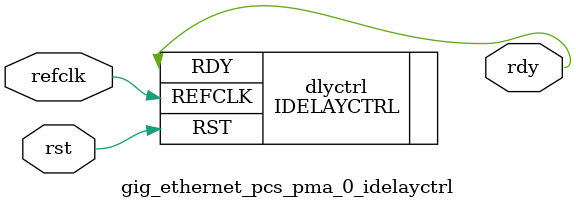
<source format=v>

`timescale 1ns / 1ps

module gig_ethernet_pcs_pma_0_idelayctrl 
(
    input           refclk,
    output          rdy,
    input           rst
);

   //---------------------------------------------------------------------------
   // An IDELAYCTRL primitive needs to be instantiated for the Fixed Tap Delay
   // mode of the IDELAY.
   // All IDELAYs in Fixed Tap Delay mode and the IDELAYCTRL primitives have
   // to be LOC'ed in the XDC file.
   //---------------------------------------------------------------------------

   IDELAYCTRL 
#(.SIM_DEVICE ("7SERIES"))
   dlyctrl
   (
      .RDY       (rdy),
      .REFCLK    (refclk),
      .RST       (rst)
   );
endmodule







</source>
